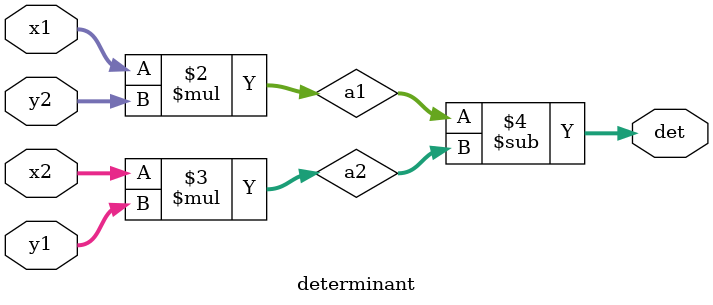
<source format=v>

module determinant(x1,y1,x2,y2,det);
  output reg [23:0] det;
  input signed[11:0] x1;
  input signed[11:0] y1;
  input signed[11:0] x2;
  input signed[11:0] y2;
  reg signed [23:0] a1;
  reg signed [23:0] a2;
  //wire [23:0] a3;
  
  always @(*) begin
    a1 = x1 * y2;
	a2 = x2 * y1;
	det = a1 - a2;
  end
  
endmodule

</source>
